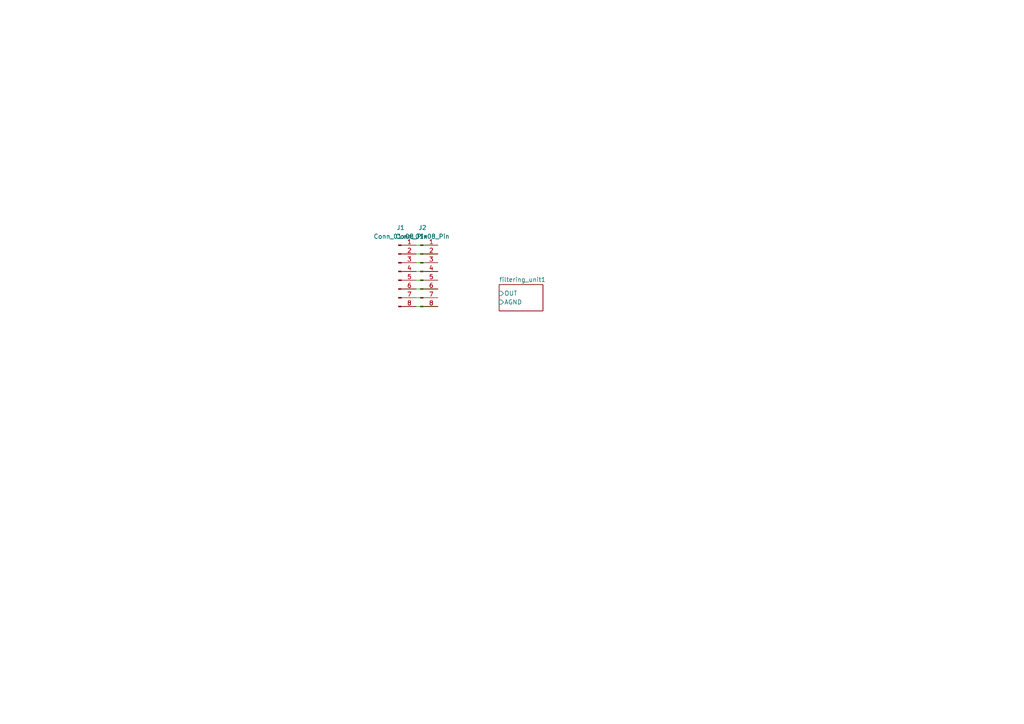
<source format=kicad_sch>
(kicad_sch (version 20231120) (generator "eeschema") (generator_version "8.0")
  (paper "A4")
  (lib_symbols
    (symbol "Connector:Conn_01x08_Pin" (pin_names (offset 1.016) hide)
      (property "Reference" "J" (at 0 10.16 0))
      (property "Value" "Conn_01x08_Pin" (at 0 -12.7 0))
      (symbol "Conn_01x08_Pin_1_1"
        (polyline (pts (xy 1.27 -10.16) (xy 0.8636 -10.16)) (stroke (width 0.1524)))
        (polyline (pts (xy 1.27 -7.62) (xy 0.8636 -7.62)) (stroke (width 0.1524)))
        (polyline (pts (xy 1.27 -5.08) (xy 0.8636 -5.08)) (stroke (width 0.1524)))
        (polyline (pts (xy 1.27 -2.54) (xy 0.8636 -2.54)) (stroke (width 0.1524)))
        (polyline (pts (xy 1.27 0) (xy 0.8636 0)) (stroke (width 0.1524)))
        (polyline (pts (xy 1.27 2.54) (xy 0.8636 2.54)) (stroke (width 0.1524)))
        (polyline (pts (xy 1.27 5.08) (xy 0.8636 5.08)) (stroke (width 0.1524)))
        (polyline (pts (xy 1.27 7.62) (xy 0.8636 7.62)) (stroke (width 0.1524)))
        (rectangle (start 0.8636 -10.033) (end 0 -10.287) (stroke (width 0.1524)) (fill (type outline)))
        (rectangle (start 0.8636 -7.493) (end 0 -7.747) (stroke (width 0.1524)) (fill (type outline)))
        (rectangle (start 0.8636 -4.953) (end 0 -5.207) (stroke (width 0.1524)) (fill (type outline)))
        (rectangle (start 0.8636 -2.413) (end 0 -2.667) (stroke (width 0.1524)) (fill (type outline)))
        (rectangle (start 0.8636 0.127) (end 0 -0.127) (stroke (width 0.1524)) (fill (type outline)))
        (rectangle (start 0.8636 2.667) (end 0 2.413) (stroke (width 0.1524)) (fill (type outline)))
        (rectangle (start 0.8636 5.207) (end 0 4.953) (stroke (width 0.1524)) (fill (type outline)))
        (rectangle (start 0.8636 7.747) (end 0 7.493) (stroke (width 0.1524)) (fill (type outline)))
        (pin passive line (at 5.08 7.62 180) (length 3.81) (name "Pin_1") (number "1"))
        (pin passive line (at 5.08 5.08 180) (length 3.81) (name "Pin_2") (number "2"))
        (pin passive line (at 5.08 2.54 180) (length 3.81) (name "Pin_3") (number "3"))
        (pin passive line (at 5.08 0 180) (length 3.81) (name "Pin_4") (number "4"))
        (pin passive line (at 5.08 -2.54 180) (length 3.81) (name "Pin_5") (number "5"))
        (pin passive line (at 5.08 -5.08 180) (length 3.81) (name "Pin_6") (number "6"))
        (pin passive line (at 5.08 -7.62 180) (length 3.81) (name "Pin_7") (number "7"))
        (pin passive line (at 5.08 -10.16 180) (length 3.81) (name "Pin_8") (number "8"))
      )
    )
  )
  (wire (pts (xy 120.65 78.74) (xy 127 78.74)))
  (wire (pts (xy 120.65 83.82) (xy 127 83.82)))
  (wire (pts (xy 120.65 88.9) (xy 127 88.9)))
  (wire (pts (xy 120.65 86.36) (xy 127 86.36)))
  (wire (pts (xy 120.65 71.12) (xy 127 71.12)))
  (wire (pts (xy 120.65 81.28) (xy 127 81.28)))
  (wire (pts (xy 120.65 73.66) (xy 127 73.66)))
  (wire (pts (xy 120.65 76.2) (xy 127 76.2)))
  (symbol (lib_id "Connector:Conn_01x08_Pin") (at 115.57 78.74 0) (unit 1)
    (property "Reference" "J1" (at 116.205 66.04 0))
    (property "Value" "Conn_01x08_Pin" (at 116.205 68.58 0))
    (property "Footprint" "Connector_PinHeader_1.27mm:PinHeader_1x08_P1.27mm_Vertical" (effects (hide yes)))
    (property "Description" "Generic connector, single row, 01x08, script generated" (effects (hide yes)))
  )
  (symbol (lib_id "Connector:Conn_01x08_Pin") (at 121.92 78.74 0) (unit 1)
    (property "Reference" "J2" (at 122.555 66.04 0))
    (property "Value" "Conn_01x08_Pin" (at 122.555 68.58 0))
    (property "Footprint" "Connector_PinHeader_1.27mm:PinHeader_1x08_P1.27mm_Vertical" (effects (hide yes)))
    (property "Description" "Generic connector, single row, 01x08, script generated" (effects (hide yes)))
  )
  (sheet (at 144.78 82.55) (size 12.7 7.62) (stroke (width 0.1524))
    (property "Sheetname" "filtering_unit1" (at 144.78 81.8384 0) (effects (justify left bottom)))
    (property "Sheetfile" "filtering_unit.kicad_sch" (effects (hide yes)))
    (pin "AGND" input (at 144.78 87.63 180))
    (pin "OUT" input (at 144.78 85.09 180))
  )
)
</source>
